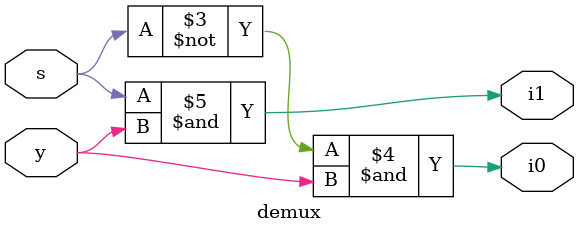
<source format=v>
module demux(input y,s,output i0,i1);

assign i0=~s&y;
assign i1=s&y;

endmodule

module demux_tb();
reg y,s;
wire i0,i1;

demux gate(y,s,i0,i1);

initial
repeat(7)
begin 
y=$random;s=$random;#10;

end


initial
$monitor("y=%b s=%b i0=%B i1=%B Time=%0d",y,s,i0,i1,$time);
endmodule

</source>
